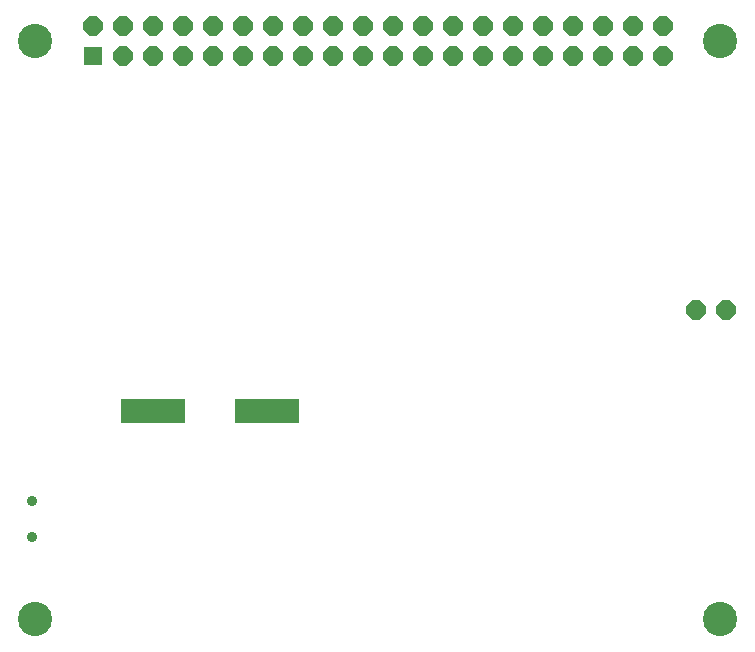
<source format=gbs>
G75*
%MOIN*%
%OFA0B0*%
%FSLAX24Y24*%
%IPPOS*%
%LPD*%
%AMOC8*
5,1,8,0,0,1.08239X$1,22.5*
%
%ADD10C,0.1142*%
%ADD11R,0.0640X0.0640*%
%ADD12OC8,0.0640*%
%ADD13R,0.2140X0.0800*%
%ADD14C,0.0355*%
D10*
X001528Y001528D03*
X001528Y020819D03*
X024363Y020819D03*
X024363Y001528D03*
D11*
X003445Y020319D03*
D12*
X004445Y020319D03*
X005445Y020319D03*
X006445Y020319D03*
X007445Y020319D03*
X008445Y020319D03*
X009445Y020319D03*
X010445Y020319D03*
X011445Y020319D03*
X012445Y020319D03*
X013445Y020319D03*
X014445Y020319D03*
X015445Y020319D03*
X016445Y020319D03*
X017445Y020319D03*
X018445Y020319D03*
X019445Y020319D03*
X020445Y020319D03*
X021445Y020319D03*
X022445Y020319D03*
X022445Y021319D03*
X021445Y021319D03*
X020445Y021319D03*
X019445Y021319D03*
X018445Y021319D03*
X017445Y021319D03*
X016445Y021319D03*
X015445Y021319D03*
X014445Y021319D03*
X013445Y021319D03*
X012445Y021319D03*
X011445Y021319D03*
X010445Y021319D03*
X009445Y021319D03*
X008445Y021319D03*
X007445Y021319D03*
X006445Y021319D03*
X005445Y021319D03*
X004445Y021319D03*
X003445Y021319D03*
X023569Y011855D03*
X024569Y011855D03*
D13*
X009250Y008470D03*
X005450Y008470D03*
D14*
X001430Y005461D03*
X001430Y004279D03*
M02*

</source>
